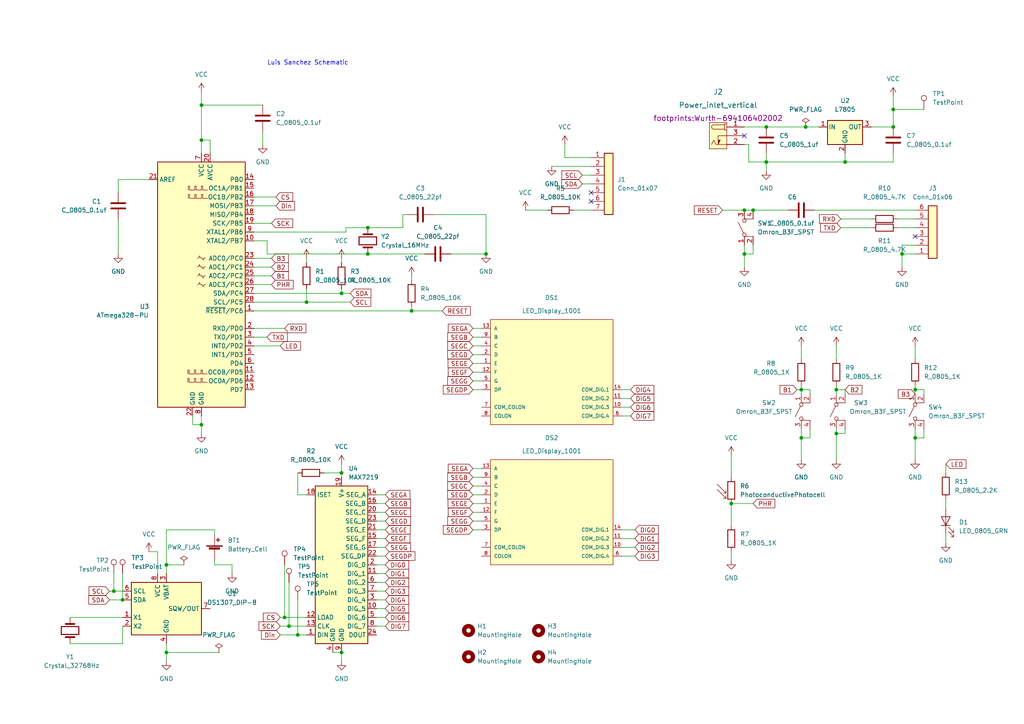
<source format=kicad_sch>
(kicad_sch (version 20211123) (generator eeschema)
  (paper "A4")
  (junction (at 58.42 30.48))
  (junction (at 222.25 46.99))
  (junction (at 259.08 31.75))
  (junction (at 119.38 90.17))
  (junction (at 99.06 85.09))
  (junction (at 259.08 36.83))
  (junction (at 242.57 113.03))
  (junction (at 233.68 36.83))
  (junction (at 48.26 189.23))
  (junction (at 86.36 184.15))
  (junction (at 232.41 127))
  (junction (at 215.9 60.96))
  (junction (at 140.97 73.66))
  (junction (at 218.44 60.96))
  (junction (at 82.55 179.07))
  (junction (at 222.25 36.83))
  (junction (at 99.06 137.16))
  (junction (at 106.68 66.04))
  (junction (at 35.56 173.99))
  (junction (at 48.26 163.83))
  (junction (at 212.09 146.05))
  (junction (at 215.9 73.66))
  (junction (at 232.41 113.03))
  (junction (at 33.02 171.45))
  (junction (at 88.9 87.63))
  (junction (at 83.82 181.61))
  (junction (at 265.43 113.03))
  (junction (at 245.11 46.99))
  (junction (at 242.57 125.73))
  (junction (at 58.42 123.19))
  (junction (at 99.06 189.23))
  (junction (at 106.68 73.66))
  (junction (at 265.43 127))
  (junction (at 58.42 40.64))
  (junction (at 261.62 73.66))
  (no_connect (at 215.9 39.37))
  (no_connect (at 265.43 68.58))
  (no_connect (at 171.45 58.42))
  (no_connect (at 171.45 55.88))
  (wire (pts (xy 119.38 90.17) (xy 128.27 90.17)))
  (wire (pts (xy 31.75 173.99) (xy 35.56 173.99)))
  (wire (pts (xy 99.06 74.93) (xy 99.06 76.2)))
  (wire (pts (xy 137.16 107.95) (xy 139.7 107.95)))
  (wire (pts (xy 48.26 163.83) (xy 48.26 166.37)))
  (wire (pts (xy 261.62 73.66) (xy 261.62 77.47)))
  (wire (pts (xy 232.41 113.03) (xy 232.41 114.3)))
  (wire (pts (xy 166.37 60.96) (xy 171.45 60.96)))
  (wire (pts (xy 111.76 153.67) (xy 109.22 153.67)))
  (wire (pts (xy 245.11 113.03) (xy 245.11 114.3)))
  (wire (pts (xy 99.06 137.16) (xy 99.06 138.43)))
  (wire (pts (xy 109.22 176.53) (xy 111.76 176.53)))
  (wire (pts (xy 63.5 189.23) (xy 48.26 189.23)))
  (wire (pts (xy 242.57 111.76) (xy 242.57 113.03)))
  (wire (pts (xy 48.26 153.67) (xy 48.26 163.83)))
  (wire (pts (xy 33.02 166.37) (xy 33.02 171.45)))
  (wire (pts (xy 215.9 73.66) (xy 218.44 73.66)))
  (wire (pts (xy 48.26 153.67) (xy 62.23 153.67)))
  (wire (pts (xy 242.57 100.33) (xy 242.57 104.14)))
  (wire (pts (xy 259.08 27.94) (xy 259.08 31.75)))
  (wire (pts (xy 58.42 40.64) (xy 60.96 40.64)))
  (wire (pts (xy 261.62 71.12) (xy 261.62 73.66)))
  (wire (pts (xy 62.23 163.83) (xy 67.31 163.83)))
  (wire (pts (xy 182.88 120.65) (xy 180.34 120.65)))
  (wire (pts (xy 232.41 100.33) (xy 232.41 104.14)))
  (wire (pts (xy 232.41 124.46) (xy 232.41 127)))
  (wire (pts (xy 34.29 52.07) (xy 43.18 52.07)))
  (wire (pts (xy 222.25 44.45) (xy 222.25 46.99)))
  (wire (pts (xy 265.43 73.66) (xy 261.62 73.66)))
  (wire (pts (xy 245.11 46.99) (xy 245.11 44.45)))
  (wire (pts (xy 259.08 31.75) (xy 259.08 36.83)))
  (wire (pts (xy 137.16 146.05) (xy 139.7 146.05)))
  (wire (pts (xy 55.88 120.65) (xy 55.88 123.19)))
  (wire (pts (xy 106.68 66.04) (xy 116.84 66.04)))
  (wire (pts (xy 218.44 73.66) (xy 218.44 71.12)))
  (wire (pts (xy 109.22 163.83) (xy 111.76 163.83)))
  (wire (pts (xy 182.88 115.57) (xy 180.34 115.57)))
  (wire (pts (xy 67.31 163.83) (xy 67.31 166.37)))
  (wire (pts (xy 111.76 168.91) (xy 109.22 168.91)))
  (wire (pts (xy 73.66 82.55) (xy 78.74 82.55)))
  (wire (pts (xy 137.16 97.79) (xy 139.7 97.79)))
  (wire (pts (xy 234.95 113.03) (xy 234.95 114.3)))
  (wire (pts (xy 73.66 90.17) (xy 119.38 90.17)))
  (wire (pts (xy 111.76 171.45) (xy 109.22 171.45)))
  (wire (pts (xy 212.09 152.4) (xy 212.09 146.05)))
  (wire (pts (xy 111.76 158.75) (xy 109.22 158.75)))
  (wire (pts (xy 182.88 118.11) (xy 180.34 118.11)))
  (wire (pts (xy 209.55 60.96) (xy 215.9 60.96)))
  (wire (pts (xy 99.06 85.09) (xy 73.66 85.09)))
  (wire (pts (xy 137.16 135.89) (xy 139.7 135.89)))
  (wire (pts (xy 86.36 184.15) (xy 88.9 184.15)))
  (wire (pts (xy 100.33 67.31) (xy 100.33 66.04)))
  (wire (pts (xy 99.06 189.23) (xy 99.06 191.77)))
  (wire (pts (xy 58.42 123.19) (xy 58.42 125.73)))
  (wire (pts (xy 111.76 166.37) (xy 109.22 166.37)))
  (wire (pts (xy 259.08 46.99) (xy 259.08 44.45)))
  (wire (pts (xy 48.26 189.23) (xy 48.26 191.77)))
  (wire (pts (xy 137.16 140.97) (xy 139.7 140.97)))
  (wire (pts (xy 82.55 179.07) (xy 88.9 179.07)))
  (wire (pts (xy 77.47 69.85) (xy 73.66 69.85)))
  (wire (pts (xy 100.33 66.04) (xy 106.68 66.04)))
  (wire (pts (xy 265.43 127) (xy 265.43 133.35)))
  (wire (pts (xy 58.42 120.65) (xy 58.42 123.19)))
  (wire (pts (xy 106.68 73.66) (xy 123.19 73.66)))
  (wire (pts (xy 31.75 171.45) (xy 33.02 171.45)))
  (wire (pts (xy 73.66 95.25) (xy 82.55 95.25)))
  (wire (pts (xy 267.97 127) (xy 265.43 127)))
  (wire (pts (xy 212.09 146.05) (xy 218.44 146.05)))
  (wire (pts (xy 137.16 113.03) (xy 139.7 113.03)))
  (wire (pts (xy 180.34 153.67) (xy 184.15 153.67)))
  (wire (pts (xy 99.06 189.23) (xy 96.52 189.23)))
  (wire (pts (xy 222.25 36.83) (xy 215.9 36.83)))
  (wire (pts (xy 111.76 151.13) (xy 109.22 151.13)))
  (wire (pts (xy 265.43 113.03) (xy 265.43 114.3)))
  (wire (pts (xy 265.43 66.04) (xy 260.35 66.04)))
  (wire (pts (xy 101.6 85.09) (xy 99.06 85.09)))
  (wire (pts (xy 125.73 62.23) (xy 140.97 62.23)))
  (wire (pts (xy 232.41 111.76) (xy 232.41 113.03)))
  (wire (pts (xy 86.36 173.99) (xy 86.36 184.15)))
  (wire (pts (xy 137.16 143.51) (xy 139.7 143.51)))
  (wire (pts (xy 222.25 46.99) (xy 245.11 46.99)))
  (wire (pts (xy 33.02 171.45) (xy 35.56 171.45)))
  (wire (pts (xy 265.43 71.12) (xy 261.62 71.12)))
  (wire (pts (xy 274.32 154.94) (xy 274.32 157.48)))
  (wire (pts (xy 80.01 59.69) (xy 73.66 59.69)))
  (wire (pts (xy 45.72 160.02) (xy 45.72 166.37)))
  (wire (pts (xy 73.66 64.77) (xy 78.74 64.77)))
  (wire (pts (xy 111.76 146.05) (xy 109.22 146.05)))
  (wire (pts (xy 163.83 45.72) (xy 171.45 45.72)))
  (wire (pts (xy 116.84 62.23) (xy 118.11 62.23)))
  (wire (pts (xy 99.06 83.82) (xy 99.06 85.09)))
  (wire (pts (xy 58.42 40.64) (xy 58.42 44.45)))
  (wire (pts (xy 116.84 66.04) (xy 116.84 62.23)))
  (wire (pts (xy 35.56 166.37) (xy 35.56 173.99)))
  (wire (pts (xy 86.36 137.16) (xy 86.36 143.51)))
  (wire (pts (xy 20.32 179.07) (xy 35.56 179.07)))
  (wire (pts (xy 265.43 60.96) (xy 236.22 60.96)))
  (wire (pts (xy 180.34 156.21) (xy 184.15 156.21)))
  (wire (pts (xy 73.66 74.93) (xy 78.74 74.93)))
  (wire (pts (xy 58.42 30.48) (xy 58.42 40.64)))
  (wire (pts (xy 259.08 31.75) (xy 267.97 31.75)))
  (wire (pts (xy 265.43 124.46) (xy 265.43 127)))
  (wire (pts (xy 77.47 73.66) (xy 77.47 69.85)))
  (wire (pts (xy 109.22 173.99) (xy 111.76 173.99)))
  (wire (pts (xy 137.16 153.67) (xy 139.7 153.67)))
  (wire (pts (xy 140.97 62.23) (xy 140.97 73.66)))
  (wire (pts (xy 260.35 63.5) (xy 265.43 63.5)))
  (wire (pts (xy 168.91 53.34) (xy 171.45 53.34)))
  (wire (pts (xy 83.82 181.61) (xy 88.9 181.61)))
  (wire (pts (xy 265.43 100.33) (xy 265.43 104.14)))
  (wire (pts (xy 245.11 124.46) (xy 245.11 125.73)))
  (wire (pts (xy 88.9 74.93) (xy 88.9 76.2)))
  (wire (pts (xy 81.28 181.61) (xy 83.82 181.61)))
  (wire (pts (xy 78.74 80.01) (xy 73.66 80.01)))
  (wire (pts (xy 88.9 87.63) (xy 73.66 87.63)))
  (wire (pts (xy 242.57 124.46) (xy 242.57 125.73)))
  (wire (pts (xy 101.6 87.63) (xy 88.9 87.63)))
  (wire (pts (xy 215.9 73.66) (xy 215.9 77.47)))
  (wire (pts (xy 130.81 73.66) (xy 140.97 73.66)))
  (wire (pts (xy 137.16 102.87) (xy 139.7 102.87)))
  (wire (pts (xy 242.57 125.73) (xy 242.57 133.35)))
  (wire (pts (xy 20.32 186.69) (xy 35.56 186.69)))
  (wire (pts (xy 99.06 137.16) (xy 93.98 137.16)))
  (wire (pts (xy 274.32 137.16) (xy 274.32 134.62)))
  (wire (pts (xy 137.16 105.41) (xy 139.7 105.41)))
  (wire (pts (xy 76.2 38.1) (xy 76.2 41.91)))
  (wire (pts (xy 232.41 113.03) (xy 234.95 113.03)))
  (wire (pts (xy 245.11 125.73) (xy 242.57 125.73)))
  (wire (pts (xy 265.43 113.03) (xy 267.97 113.03)))
  (wire (pts (xy 73.66 67.31) (xy 100.33 67.31)))
  (wire (pts (xy 111.76 156.21) (xy 109.22 156.21)))
  (wire (pts (xy 231.14 113.03) (xy 232.41 113.03)))
  (wire (pts (xy 215.9 71.12) (xy 215.9 73.66)))
  (wire (pts (xy 218.44 60.96) (xy 215.9 60.96)))
  (wire (pts (xy 218.44 60.96) (xy 228.6 60.96)))
  (wire (pts (xy 73.66 100.33) (xy 81.28 100.33)))
  (wire (pts (xy 234.95 124.46) (xy 234.95 127)))
  (wire (pts (xy 222.25 36.83) (xy 233.68 36.83)))
  (wire (pts (xy 62.23 153.67) (xy 62.23 154.94)))
  (wire (pts (xy 55.88 123.19) (xy 58.42 123.19)))
  (wire (pts (xy 242.57 113.03) (xy 242.57 114.3)))
  (wire (pts (xy 152.4 60.96) (xy 158.75 60.96)))
  (wire (pts (xy 137.16 148.59) (xy 139.7 148.59)))
  (wire (pts (xy 274.32 147.32) (xy 274.32 144.78)))
  (wire (pts (xy 35.56 186.69) (xy 35.56 181.61)))
  (wire (pts (xy 212.09 138.43) (xy 212.09 132.08)))
  (wire (pts (xy 252.73 36.83) (xy 259.08 36.83)))
  (wire (pts (xy 111.76 161.29) (xy 109.22 161.29)))
  (wire (pts (xy 267.97 124.46) (xy 267.97 127)))
  (wire (pts (xy 233.68 36.83) (xy 237.49 36.83)))
  (wire (pts (xy 34.29 63.5) (xy 34.29 73.66)))
  (wire (pts (xy 58.42 30.48) (xy 76.2 30.48)))
  (wire (pts (xy 137.16 151.13) (xy 139.7 151.13)))
  (wire (pts (xy 232.41 127) (xy 232.41 133.35)))
  (wire (pts (xy 119.38 80.01) (xy 119.38 81.28)))
  (wire (pts (xy 106.68 73.66) (xy 77.47 73.66)))
  (wire (pts (xy 34.29 55.88) (xy 34.29 52.07)))
  (wire (pts (xy 137.16 110.49) (xy 139.7 110.49)))
  (wire (pts (xy 217.17 41.91) (xy 217.17 46.99)))
  (wire (pts (xy 137.16 100.33) (xy 139.7 100.33)))
  (wire (pts (xy 82.55 163.83) (xy 82.55 179.07)))
  (wire (pts (xy 109.22 179.07) (xy 111.76 179.07)))
  (wire (pts (xy 137.16 138.43) (xy 139.7 138.43)))
  (wire (pts (xy 160.02 48.26) (xy 171.45 48.26)))
  (wire (pts (xy 78.74 77.47) (xy 73.66 77.47)))
  (wire (pts (xy 111.76 181.61) (xy 109.22 181.61)))
  (wire (pts (xy 53.34 163.83) (xy 48.26 163.83)))
  (wire (pts (xy 77.47 97.79) (xy 73.66 97.79)))
  (wire (pts (xy 217.17 46.99) (xy 222.25 46.99)))
  (wire (pts (xy 265.43 111.76) (xy 265.43 113.03)))
  (wire (pts (xy 109.22 143.51) (xy 111.76 143.51)))
  (wire (pts (xy 212.09 160.02) (xy 212.09 162.56)))
  (wire (pts (xy 137.16 95.25) (xy 139.7 95.25)))
  (wire (pts (xy 73.66 57.15) (xy 80.01 57.15)))
  (wire (pts (xy 215.9 41.91) (xy 217.17 41.91)))
  (wire (pts (xy 81.28 184.15) (xy 86.36 184.15)))
  (wire (pts (xy 81.28 179.07) (xy 82.55 179.07)))
  (wire (pts (xy 252.73 66.04) (xy 243.84 66.04)))
  (wire (pts (xy 83.82 168.91) (xy 83.82 181.61)))
  (wire (pts (xy 48.26 186.69) (xy 48.26 189.23)))
  (wire (pts (xy 88.9 83.82) (xy 88.9 87.63)))
  (wire (pts (xy 60.96 40.64) (xy 60.96 44.45)))
  (wire (pts (xy 242.57 113.03) (xy 245.11 113.03)))
  (wire (pts (xy 119.38 90.17) (xy 119.38 88.9)))
  (wire (pts (xy 168.91 50.8) (xy 171.45 50.8)))
  (wire (pts (xy 245.11 46.99) (xy 259.08 46.99)))
  (wire (pts (xy 62.23 163.83) (xy 62.23 162.56)))
  (wire (pts (xy 234.95 127) (xy 232.41 127)))
  (wire (pts (xy 111.76 148.59) (xy 109.22 148.59)))
  (wire (pts (xy 86.36 143.51) (xy 88.9 143.51)))
  (wire (pts (xy 184.15 161.29) (xy 180.34 161.29)))
  (wire (pts (xy 222.25 46.99) (xy 222.25 49.53)))
  (wire (pts (xy 58.42 26.67) (xy 58.42 30.48)))
  (wire (pts (xy 99.06 134.62) (xy 99.06 137.16)))
  (wire (pts (xy 243.84 63.5) (xy 252.73 63.5)))
  (wire (pts (xy 163.83 41.91) (xy 163.83 45.72)))
  (wire (pts (xy 180.34 158.75) (xy 184.15 158.75)))
  (wire (pts (xy 182.88 113.03) (xy 180.34 113.03)))
  (wire (pts (xy 43.18 160.02) (xy 45.72 160.02)))
  (wire (pts (xy 267.97 113.03) (xy 267.97 114.3)))
  (text "Luis Sanchez Schematic\n" (at 77.47 19.05 0) (effects (font (size 1.27 1.27)) (justify left bottom)))
  (global_label "DIG1" (shape input) (at 184.15 156.21 0) (property "Intersheet References" "${INTERSHEET_REFS}" (effects hide)))
  (global_label "SEGG" (shape input) (at 111.76 158.75 0) (property "Intersheet References" "${INTERSHEET_REFS}" (effects hide)))
  (global_label "DIG0" (shape input) (at 184.15 153.67 0) (property "Intersheet References" "${INTERSHEET_REFS}" (effects hide)))
  (global_label "DIG3" (shape input) (at 184.15 161.29 0) (property "Intersheet References" "${INTERSHEET_REFS}" (effects hide)))
  (global_label "DIG2" (shape input) (at 111.76 168.91 0) (property "Intersheet References" "${INTERSHEET_REFS}" (effects hide)))
  (global_label "DIG7" (shape input) (at 111.76 181.61 0) (property "Intersheet References" "${INTERSHEET_REFS}" (effects hide)))
  (global_label "SDA" (shape input) (at 31.75 173.99 180) (property "Intersheet References" "${INTERSHEET_REFS}" (effects hide)))
  (global_label "SEGB" (shape input) (at 137.16 138.43 180) (property "Intersheet References" "${INTERSHEET_REFS}" (effects hide)))
  (global_label "SEGG" (shape input) (at 137.16 151.13 180) (property "Intersheet References" "${INTERSHEET_REFS}" (effects hide)))
  (global_label "DIG5" (shape input) (at 182.88 115.57 0) (property "Intersheet References" "${INTERSHEET_REFS}" (effects hide)))
  (global_label "SEGC" (shape input) (at 111.76 148.59 0) (property "Intersheet References" "${INTERSHEET_REFS}" (effects hide)))
  (global_label "SCK" (shape input) (at 78.74 64.77 0) (property "Intersheet References" "${INTERSHEET_REFS}" (effects hide)))
  (global_label "SEGB" (shape input) (at 137.16 97.79 180) (property "Intersheet References" "${INTERSHEET_REFS}" (effects hide)))
  (global_label "SEGE" (shape input) (at 137.16 105.41 180) (property "Intersheet References" "${INTERSHEET_REFS}" (effects hide)))
  (global_label "DIG4" (shape input) (at 111.76 173.99 0) (property "Intersheet References" "${INTERSHEET_REFS}" (effects hide)))
  (global_label "RXD" (shape input) (at 82.55 95.25 0) (property "Intersheet References" "${INTERSHEET_REFS}" (effects hide)))
  (global_label "SEGDP" (shape input) (at 111.76 161.29 0) (property "Intersheet References" "${INTERSHEET_REFS}" (effects hide)))
  (global_label "SEGD" (shape input) (at 137.16 143.51 180) (property "Intersheet References" "${INTERSHEET_REFS}" (effects hide)))
  (global_label "SEGF" (shape input) (at 137.16 148.59 180) (property "Intersheet References" "${INTERSHEET_REFS}" (effects hide)))
  (global_label "B1" (shape input) (at 78.74 80.01 0) (property "Intersheet References" "${INTERSHEET_REFS}" (effects hide)))
  (global_label "SEGD" (shape input) (at 111.76 151.13 0) (property "Intersheet References" "${INTERSHEET_REFS}" (effects hide)))
  (global_label "SEGB" (shape input) (at 111.76 146.05 0) (property "Intersheet References" "${INTERSHEET_REFS}" (effects hide)))
  (global_label "CS" (shape input) (at 80.01 57.15 0) (property "Intersheet References" "${INTERSHEET_REFS}" (effects hide)))
  (global_label "SDA" (shape input) (at 101.6 85.09 0) (property "Intersheet References" "${INTERSHEET_REFS}" (effects hide)))
  (global_label "B2" (shape input) (at 78.74 77.47 0) (property "Intersheet References" "${INTERSHEET_REFS}" (effects hide)))
  (global_label "Din" (shape input) (at 80.01 59.69 0) (property "Intersheet References" "${INTERSHEET_REFS}" (effects hide)))
  (global_label "SEGA" (shape input) (at 137.16 135.89 180) (property "Intersheet References" "${INTERSHEET_REFS}" (effects hide)))
  (global_label "SCL" (shape input) (at 31.75 171.45 180) (property "Intersheet References" "${INTERSHEET_REFS}" (effects hide)))
  (global_label "SCK" (shape input) (at 81.28 181.61 180) (property "Intersheet References" "${INTERSHEET_REFS}" (effects hide)))
  (global_label "SEGG" (shape input) (at 137.16 110.49 180) (property "Intersheet References" "${INTERSHEET_REFS}" (effects hide)))
  (global_label "SEGA" (shape input) (at 111.76 143.51 0) (property "Intersheet References" "${INTERSHEET_REFS}" (effects hide)))
  (global_label "SEGC" (shape input) (at 137.16 100.33 180) (property "Intersheet References" "${INTERSHEET_REFS}" (effects hide)))
  (global_label "SDA" (shape input) (at 168.91 53.34 180) (property "Intersheet References" "${INTERSHEET_REFS}" (effects hide)))
  (global_label "DIG3" (shape input) (at 111.76 171.45 0) (property "Intersheet References" "${INTERSHEET_REFS}" (effects hide)))
  (global_label "SEGF" (shape input) (at 111.76 156.21 0) (property "Intersheet References" "${INTERSHEET_REFS}" (effects hide)))
  (global_label "SEGC" (shape input) (at 137.16 140.97 180) (property "Intersheet References" "${INTERSHEET_REFS}" (effects hide)))
  (global_label "DIG6" (shape input) (at 111.76 179.07 0) (property "Intersheet References" "${INTERSHEET_REFS}" (effects hide)))
  (global_label "B3" (shape input) (at 78.74 74.93 0) (property "Intersheet References" "${INTERSHEET_REFS}" (effects hide)))
  (global_label "SEGDP" (shape input) (at 137.16 113.03 180) (property "Intersheet References" "${INTERSHEET_REFS}" (effects hide)))
  (global_label "SEGE" (shape input) (at 137.16 146.05 180) (property "Intersheet References" "${INTERSHEET_REFS}" (effects hide)))
  (global_label "DIG1" (shape input) (at 111.76 166.37 0) (property "Intersheet References" "${INTERSHEET_REFS}" (effects hide)))
  (global_label "RXD" (shape input) (at 243.84 63.5 180) (property "Intersheet References" "${INTERSHEET_REFS}" (effects hide)))
  (global_label "TXD" (shape input) (at 77.47 97.79 0) (property "Intersheet References" "${INTERSHEET_REFS}" (effects hide)))
  (global_label "CS" (shape input) (at 81.28 179.07 180) (property "Intersheet References" "${INTERSHEET_REFS}" (effects hide)))
  (global_label "TXD" (shape input) (at 243.84 66.04 180) (property "Intersheet References" "${INTERSHEET_REFS}" (effects hide)))
  (global_label "DIG5" (shape input) (at 111.76 176.53 0) (property "Intersheet References" "${INTERSHEET_REFS}" (effects hide)))
  (global_label "LED" (shape input) (at 81.28 100.33 0) (property "Intersheet References" "${INTERSHEET_REFS}" (effects hide)))
  (global_label "SEGE" (shape input) (at 111.76 153.67 0) (property "Intersheet References" "${INTERSHEET_REFS}" (effects hide)))
  (global_label "DIG0" (shape input) (at 111.76 163.83 0) (property "Intersheet References" "${INTERSHEET_REFS}" (effects hide)))
  (global_label "RESET" (shape input) (at 128.27 90.17 0) (property "Intersheet References" "${INTERSHEET_REFS}" (effects hide)))
  (global_label "B1" (shape input) (at 231.14 113.03 180) (property "Intersheet References" "${INTERSHEET_REFS}" (effects hide)))
  (global_label "Din" (shape input) (at 81.28 184.15 180) (property "Intersheet References" "${INTERSHEET_REFS}" (effects hide)))
  (global_label "DIG4" (shape input) (at 182.88 113.03 0) (property "Intersheet References" "${INTERSHEET_REFS}" (effects hide)))
  (global_label "PHR" (shape input) (at 218.44 146.05 0) (property "Intersheet References" "${INTERSHEET_REFS}" (effects hide)))
  (global_label "B3" (shape input) (at 265.43 114.3 180) (property "Intersheet References" "${INTERSHEET_REFS}" (effects hide)))
  (global_label "B2" (shape input) (at 245.11 113.03 0) (property "Intersheet References" "${INTERSHEET_REFS}" (effects hide)))
  (global_label "DIG2" (shape input) (at 184.15 158.75 0) (property "Intersheet References" "${INTERSHEET_REFS}" (effects hide)))
  (global_label "RESET" (shape input) (at 209.55 60.96 180) (property "Intersheet References" "${INTERSHEET_REFS}" (effects hide)))
  (global_label "DIG6" (shape input) (at 182.88 118.11 0) (property "Intersheet References" "${INTERSHEET_REFS}" (effects hide)))
  (global_label "SEGF" (shape input) (at 137.16 107.95 180) (property "Intersheet References" "${INTERSHEET_REFS}" (effects hide)))
  (global_label "SEGDP" (shape input) (at 137.16 153.67 180) (property "Intersheet References" "${INTERSHEET_REFS}" (effects hide)))
  (global_label "SCL" (shape input) (at 101.6 87.63 0) (property "Intersheet References" "${INTERSHEET_REFS}" (effects hide)))
  (global_label "DIG7" (shape input) (at 182.88 120.65 0) (property "Intersheet References" "${INTERSHEET_REFS}" (effects hide)))
  (global_label "SCL" (shape input) (at 168.91 50.8 180) (property "Intersheet References" "${INTERSHEET_REFS}" (effects hide)))
  (global_label "PHR" (shape input) (at 78.74 82.55 0) (property "Intersheet References" "${INTERSHEET_REFS}" (effects hide)))
  (global_label "SEGD" (shape input) (at 137.16 102.87 180) (property "Intersheet References" "${INTERSHEET_REFS}" (effects hide)))
  (global_label "LED" (shape input) (at 274.32 134.62 0) (property "Intersheet References" "${INTERSHEET_REFS}" (effects hide)))
  (global_label "SEGA" (shape input) (at 137.16 95.25 180) (property "Intersheet References" "${INTERSHEET_REFS}" (effects hide)))
  (symbol (lib_id "HPS:VCC") (at 58.42 26.67 0) (unit 1)
    (property "Reference" "#PWR0106" (effects hide))
    (property "Value" "VCC" (at 58.42 21.59 0))
  )
  (symbol (lib_id "HPS:VCC") (at 99.06 74.93 0) (unit 1)
    (property "Reference" "#PWR0112" (effects hide))
    (property "Value" "VCC" (at 99.06 69.85 0))
  )
  (symbol (lib_id "HPS:R_0805_10K") (at 88.9 80.01 0) (unit 1)
    (property "Reference" "R1" (at 91.44 78.7399 0) (effects (justify left)))
    (property "Value" "R_0805_10K" (at 91.44 81.2799 0) (effects (justify left)))
    (property "Footprint" "footprints:R_0805_2012Metric" (effects hide))
    (property "Datasheet" "https://www.digikey.com/en/products/detail/yageo/RC0805FR-0710KL/727535" (effects hide))
    (property "MFG" "Yageo" (effects hide))
    (property "MPN" "RC0805FR-0710KL" (effects hide))
    (property "Digikey PN" "311-10.0KCRCT-ND" (effects hide))
    (property "Mouser PN" "N/A" (effects hide))
    (property "Power" "N/A" (effects hide))
    (property "Tolerance" "N/A" (effects hide))
  )
  (symbol (lib_id "HPS:R_0805_10K") (at 99.06 80.01 0) (unit 1)
    (property "Reference" "R3" (at 101.6 78.7399 0) (effects (justify left)))
    (property "Value" "R_0805_10K" (at 101.6 81.2799 0) (effects (justify left)))
    (property "Footprint" "footprints:R_0805_2012Metric" (effects hide))
    (property "Datasheet" "https://www.digikey.com/en/products/detail/yageo/RC0805FR-0710KL/727535" (effects hide))
    (property "MFG" "Yageo" (effects hide))
    (property "MPN" "RC0805FR-0710KL" (effects hide))
    (property "Digikey PN" "311-10.0KCRCT-ND" (effects hide))
    (property "Mouser PN" "N/A" (effects hide))
    (property "Power" "N/A" (effects hide))
    (property "Tolerance" "N/A" (effects hide))
  )
  (symbol (lib_id "HPS:GND") (at 140.97 73.66 0) (unit 1)
    (property "Reference" "#PWR0108" (effects hide))
    (property "Value" "GND" (at 140.97 78.74 0))
  )
  (symbol (lib_id "HPS:PWR_FLAG") (at 53.34 163.83 0) (unit 1)
    (property "Reference" "#FLG0101" (effects hide))
    (property "Value" "PWR_FLAG" (at 53.34 158.75 0))
  )
  (symbol (lib_id "HPS:R_0805_4.7K") (at 256.54 63.5 90) (unit 1)
    (property "Reference" "R10" (at 256.54 54.61 90))
    (property "Value" "R_0805_4.7K" (at 256.54 57.15 90))
    (property "Footprint" "footprints:R_0805_2012Metric" (effects hide))
    (property "Datasheet" "https://www.digikey.com/en/products/detail/yageo/RC0805FR-074K7L/727929" (effects hide))
    (property "MFG" "Yageo" (effects hide))
    (property "MPN" "RC0805FR-074K7L" (effects hide))
    (property "Digikey PN" "311-4.70KCRCT-ND" (effects hide))
    (property "Mouser PN" "N/A" (effects hide))
    (property "Power" "N/A" (effects hide))
    (property "Tolerance" "N/A" (effects hide))
  )
  (symbol (lib_id "HPS:VCC") (at 242.57 100.33 0) (unit 1)
    (property "Reference" "#PWR0125" (effects hide))
    (property "Value" "VCC" (at 242.57 95.25 0))
  )
  (symbol (lib_id "HPS:GND") (at 160.02 48.26 0) (unit 1)
    (property "Reference" "#PWR0127" (effects hide))
    (property "Value" "GND" (at 160.02 53.34 0))
  )
  (symbol (lib_id "HPS:R_0805_10K") (at 90.17 137.16 90) (unit 1)
    (property "Reference" "R2" (at 90.17 130.81 90))
    (property "Value" "R_0805_10K" (at 90.17 133.35 90))
    (property "Footprint" "footprints:R_0805_2012Metric" (effects hide))
    (property "Datasheet" "https://www.digikey.com/en/products/detail/yageo/RC0805FR-0710KL/727535" (effects hide))
    (property "MFG" "Yageo" (effects hide))
    (property "MPN" "RC0805FR-0710KL" (effects hide))
    (property "Digikey PN" "311-10.0KCRCT-ND" (effects hide))
    (property "Mouser PN" "N/A" (effects hide))
    (property "Power" "N/A" (effects hide))
    (property "Tolerance" "N/A" (effects hide))
  )
  (symbol (lib_id "HPS:GND") (at 265.43 133.35 0) (unit 1)
    (property "Reference" "#PWR0121" (effects hide))
    (property "Value" "GND" (at 265.43 138.43 0))
  )
  (symbol (lib_id "HPS:VCC") (at 212.09 132.08 0) (unit 1)
    (property "Reference" "#PWR0117" (effects hide))
    (property "Value" "VCC" (at 212.09 127 0))
  )
  (symbol (lib_id "HPS:C_0805_0.1uf") (at 259.08 40.64 0) (unit 1)
    (property "Reference" "C7" (at 262.89 39.3699 0) (effects (justify left)))
    (property "Value" "C_0805_0.1uf" (at 262.89 41.9099 0) (effects (justify left)))
    (property "Footprint" "footprints:C_0805_2012Metric" (effects hide))
    (property "Datasheet" "https://datasheets.avx.com/X7RDielectric.pdf" (effects hide))
    (property "MFG" "AVX Corporation" (effects hide))
    (property "MPN" "08055C104KAT2A" (effects hide))
    (property "Digikey PN" "478-1395-1-ND" (effects hide))
    (property "Mouser PN" "N/A" (effects hide))
    (property "Voltage" "N/A" (effects hide))
    (property "Dielectric" "N/A" (effects hide))
    (property "Tolerance" "N/A" (effects hide))
  )
  (symbol (lib_id "HPS:GND") (at 48.26 191.77 0) (unit 1)
    (property "Reference" "#PWR0103" (effects hide))
    (property "Value" "GND" (at 48.26 196.85 0))
  )
  (symbol (lib_id "HPS:TestPoint") (at 33.02 166.37 0) (unit 1)
    (property "Reference" "TP2" (at 27.94 162.56 0) (effects (justify left)))
    (property "Value" "TestPoint" (at 22.86 165.1 0) (effects (justify left)))
    (property "Footprint" "footprints:TestPoint_THTPad_D2.0mm_Drill1.0mm" (effects hide))
  )
  (symbol (lib_id "HPS:VCC") (at 265.43 100.33 0) (unit 1)
    (property "Reference" "#PWR0122" (effects hide))
    (property "Value" "VCC" (at 265.43 95.25 0))
  )
  (symbol (lib_id "HPS:MountingHole") (at 156.21 182.88 0) (unit 1)
    (property "Reference" "H3" (at 158.75 181.6099 0) (effects (justify left)))
    (property "Value" "MountingHole" (at 158.75 184.1499 0) (effects (justify left)))
    (property "Footprint" "footprints:MountingHole_3.2mm_M3" (effects hide))
  )
  (symbol (lib_id "HPS:MountingHole") (at 135.89 182.88 0) (unit 1)
    (property "Reference" "H1" (at 138.43 181.6099 0) (effects (justify left)))
    (property "Value" "MountingHole" (at 138.43 184.1499 0) (effects (justify left)))
    (property "Footprint" "footprints:MountingHole_3.2mm_M3" (effects hide))
  )
  (symbol (lib_id "HPS:VCC") (at 119.38 80.01 0) (unit 1)
    (property "Reference" "#PWR0109" (effects hide))
    (property "Value" "VCC" (at 119.38 74.93 0))
  )
  (symbol (lib_id "HPS:GND") (at 76.2 41.91 0) (unit 1)
    (property "Reference" "#PWR0105" (effects hide))
    (property "Value" "GND" (at 76.2 46.99 0))
  )
  (symbol (lib_id "HPS:ATmega328-PU") (at 58.42 82.55 0) (unit 1)
    (property "Reference" "U3" (at 41.91 88.9 0))
    (property "Value" "ATmega328-PU" (at 35.56 91.44 0))
    (property "Footprint" "footprints:DIP-28_W7.62mm" (effects hide))
    (property "Datasheet" "http://www.microchip.com/mymicrochip/filehandler.aspx?ddocname=en608326" (effects hide))
    (property "MFG" "On Shore Technology Inc." (effects hide))
    (property "MPN" "ED281DT" (effects hide))
    (property "Digikey PN" "ED3050-5-ND" (effects hide))
    (property "Mouser PN" "N/A" (effects hide))
  )
  (symbol (lib_id "HPS:L7805") (at 245.11 36.83 0) (unit 1)
    (property "Reference" "U2" (at 245.11 29.21 0))
    (property "Value" "L7805" (at 245.11 31.75 0))
    (property "Footprint" "footprints:TO-252-2" (effects hide))
    (property "Datasheet" "http://www.st.com/content/ccc/resource/technical/document/datasheet/41/4f/b3/b0/12/d4/47/88/CD00000444.pdf/files/CD00000444.pdf/jcr:content/translations/en.CD00000444.pdf" (effects hide))
    (property "Digikey PN" "497-7255-1-ND" (effects hide))
    (property "MPN" "L7805CDT-TR" (effects hide))
    (property "MFG" "STMicroelectronics" (effects hide))
  )
  (symbol (lib_id "HPS:C_0805_22pf") (at 121.92 62.23 90) (unit 1)
    (property "Reference" "C3" (at 121.92 54.61 90))
    (property "Value" "C_0805_22pf" (at 121.92 57.15 90))
    (property "Footprint" "footprints:C_0805_2012Metric" (effects hide))
    (property "Datasheet" "https://www.yageo.com/upload/media/product/productsearch/datasheet/mlcc/UPY-GP_NP0_16V-to-50V_18.pdf" (effects hide))
    (property "MFG" "Yageo" (effects hide))
    (property "MPN" "CC0805JRNPO9BN220" (effects hide))
    (property "Digikey PN" "311-1103-1-ND" (effects hide))
    (property "Mouser PN" "N/A" (effects hide))
    (property "Voltage" "N/A" (effects hide))
    (property "Dielectric" "N/A" (effects hide))
    (property "Tolerance" "N/A" (effects hide))
  )
  (symbol (lib_id "HPS:PWR_FLAG") (at 233.68 36.83 0) (unit 1)
    (property "Reference" "#FLG0103" (effects hide))
    (property "Value" "PWR_FLAG" (at 233.68 31.75 0))
  )
  (symbol (lib_id "HPS:GND") (at 34.29 73.66 0) (unit 1)
    (property "Reference" "#PWR0104" (effects hide))
    (property "Value" "GND" (at 34.29 78.74 0))
  )
  (symbol (lib_id "HPS:Crystal_16MHz") (at 106.68 69.85 90) (unit 1)
    (property "Reference" "Y2" (at 110.49 68.5799 90) (effects (justify right)))
    (property "Value" "Crystal_16MHz" (at 110.49 71.1199 90) (effects (justify right)))
    (property "Footprint" "footprints:Crystal_SMD_HC49-SD" (effects hide))
    (property "Datasheet" "https://ecsxtal.com/store/pdf/csm-7x-dn.pdf" (effects hide))
    (property "MFG" "ECS Inc." (effects hide))
    (property "MPN" "ECS-160-20-5PXDN-TR" (effects hide))
    (property "Digikey PN" "XC1299CT-ND" (effects hide))
    (property "Mouser PN" "N/A" (effects hide))
  )
  (symbol (lib_id "HPS:R_0805_4.7K") (at 256.54 66.04 90) (unit 1)
    (property "Reference" "R11" (at 256.54 69.85 90))
    (property "Value" "R_0805_4.7K" (at 256.54 72.39 90))
    (property "Footprint" "footprints:R_0805_2012Metric" (effects hide))
    (property "Datasheet" "https://www.digikey.com/en/products/detail/yageo/RC0805FR-074K7L/727929" (effects hide))
    (property "MFG" "Yageo" (effects hide))
    (property "MPN" "RC0805FR-074K7L" (effects hide))
    (property "Digikey PN" "311-4.70KCRCT-ND" (effects hide))
    (property "Mouser PN" "N/A" (effects hide))
    (property "Power" "N/A" (effects hide))
    (property "Tolerance" "N/A" (effects hide))
  )
  (symbol (lib_id "HPS:Crystal_32768Hz") (at 20.32 182.88 270) (unit 1)
    (property "Reference" "Y1" (at 19.05 190.5 90) (effects (justify left)))
    (property "Value" "Crystal_32768Hz" (at 12.7 193.04 90) (effects (justify left)))
    (property "Footprint" "footprints:Crystal_SMD_2Pin_3.2x1.5mm" (effects hide))
    (property "Datasheet" "https://www.jauch.com/downloadfile/57fde22d50dbf_d3c203011c87952f2834/jtx310-auto-2-210512.pdf" (effects hide))
    (property "MFG" "Jauch Quartz" (effects hide))
    (property "MPN" "Q 0,032768-JTX310-12,5-20-T1-HMR-50K-LF" (effects hide))
    (property "Digikey PN" "1908-1314-1-ND" (effects hide))
    (property "Mouser PN" "N/A" (effects hide))
  )
  (symbol (lib_id "HPS:LED_Display_1001") (at 182.88 113.03 0) (mirror y) (unit 1)
    (property "Reference" "DS1" (at 160.02 86.36 0))
    (property "Value" "LED_Display_1001" (at 160.02 90.17 0))
    (property "Footprint" "footprints:Adafruit-1001-0-0-MFG" (effects hide))
    (property "Datasheet" "https://cdn-shop.adafruit.com/datasheets/1001datasheet.pdf" (effects hide))
    (property "automotive" "No" (effects hide))
    (property "category" "Disp" (effects hide))
    (property "device class L1" "Optoelectronics" (effects hide))
    (property "device class L2" "Displays" (effects hide))
    (property "device class L3" "LED Displays" (effects hide))
    (property "digikey description" "WHITE 7-SEGMENT CLOCK DISPLAY" (effects hide))
    (property "digikey part number" "1528-1513-ND" (effects hide))
    (property "display type" "LED" (effects hide))
    (property "element config" "Common Cathode" (effects hide))
    (property "forward current" "20mA" (effects hide))
    (property "forward voltage" "3.2V" (effects hide))
    (property "height" "8.25mm" (effects hide))
    (property "lead free" "Yes" (effects hide))
    (property "library id" "a002f1a2b35db532" (effects hide))
    (property "luminous intensity" "30mcd" (effects hide))
    (property "manufacturer" "Adafruit" (effects hide))
    (property "mouser description" "Adafruit Accessories White 7-segment Clock Display" (effects hide))
    (property "mouser part number" "485-1001" (effects hide))
    (property "package" "PTH_50MM2_19MM0" (effects hide))
    (property "power dissipation" "100mW" (effects hide))
    (property "reverse voltage" "5V" (effects hide))
    (property "rohs" "Yes" (effects hide))
    (property "temperature range high" "+80°C" (effects hide))
    (property "temperature range low" "-40°C" (effects hide))
    (property "test current" "20mA" (effects hide))
    (property "MFG" "Adafruit Industries LLC" (effects hide))
    (property "MPN" "1001" (effects hide))
    (property "Digikey PN" "1528-1513-ND" (effects hide))
    (property "Mouser PN" "N/A" (effects hide))
  )
  (symbol (lib_id "HPS:GND") (at 67.31 166.37 0) (unit 1)
    (property "Reference" "#PWR0102" (effects hide))
    (property "Value" "GND" (at 67.31 171.45 0))
  )
  (symbol (lib_id "HPS:R_0805_1K") (at 265.43 107.95 0) (unit 1)
    (property "Reference" "R12" (at 267.97 106.6799 0) (effects (justify left)))
    (property "Value" "R_0805_1K" (at 267.97 109.2199 0) (effects (justify left)))
    (property "Footprint" "footprints:R_0805_2012Metric" (effects hide))
    (property "Datasheet" "https://www.digikey.com/en/products/detail/yageo/RC0805FR-071KL/727444" (effects hide))
    (property "MFG" "Yageo" (effects hide))
    (property "Digikey PN" "RC0805FR-0710KL" (effects hide))
    (property "Mouser PN" "N/A" (effects hide))
    (property "Power" "N/A" (effects hide))
    (property "Tolerance" "N/A" (effects hide))
    (property "MPN" "RC0805FR-071KL" (effects hide))
  )
  (symbol (lib_id "HPS:VCC") (at 99.06 134.62 0) (unit 1)
    (property "Reference" "#PWR0110" (effects hide))
    (property "Value" "VCC" (at 99.06 129.54 0))
  )
  (symbol (lib_id "HPS:TestPoint") (at 267.97 31.75 0) (unit 1)
    (property "Reference" "TP1" (at 270.51 27.1779 0) (effects (justify left)))
    (property "Value" "TestPoint" (at 270.51 29.7179 0) (effects (justify left)))
    (property "Footprint" "footprints:TestPoint_THTPad_D2.0mm_Drill1.0mm" (effects hide))
  )
  (symbol (lib_id "HPS:GND") (at 232.41 133.35 0) (unit 1)
    (property "Reference" "#PWR0116" (effects hide))
    (property "Value" "GND" (at 232.41 138.43 0))
  )
  (symbol (lib_id "HPS:TestPoint") (at 83.82 168.91 0) (unit 1)
    (property "Reference" "TP5" (at 86.36 164.3379 0) (effects (justify left)))
    (property "Value" "TestPoint" (at 86.36 166.8779 0) (effects (justify left)))
    (property "Footprint" "footprints:TestPoint_THTPad_D2.0mm_Drill1.0mm" (effects hide))
  )
  (symbol (lib_id "HPS:Battery_Cell") (at 62.23 160.02 0) (unit 1)
    (property "Reference" "BT1" (at 66.04 156.7179 0) (effects (justify left)))
    (property "Value" "Battery_Cell" (at 66.04 159.2579 0) (effects (justify left)))
    (property "Footprint" "footprints:BatteryHolder_Keystone_106_1x20mm" (effects hide))
    (property "Datasheet" "https://media.digikey.com/pdf/Data%20Sheets/Memory%20Protection%20PDFs/Coin_Cell_Guide.pdf" (effects hide))
    (property "MFG" "MPD (Memory Protection Devices)" (effects hide))
    (property "MPN" "BS-7" (effects hide))
    (property "Digikey PN" "BS-7-ND" (effects hide))
    (property "Mouser PN" "N/A" (effects hide))
  )
  (symbol (lib_id "HPS:TestPoint") (at 82.55 163.83 0) (unit 1)
    (property "Reference" "TP4" (at 85.09 159.2579 0) (effects (justify left)))
    (property "Value" "TestPoint" (at 85.09 161.7979 0) (effects (justify left)))
    (property "Footprint" "footprints:TestPoint_THTPad_D2.0mm_Drill1.0mm" (effects hide))
  )
  (symbol (lib_id "HPS:GND") (at 58.42 125.73 0) (unit 1)
    (property "Reference" "#PWR0107" (effects hide))
    (property "Value" "GND" (at 58.42 130.81 0))
  )
  (symbol (lib_id "HPS:TestPoint") (at 35.56 166.37 0) (unit 1)
    (property "Reference" "TP3" (at 38.1 161.7979 0) (effects (justify left)))
    (property "Value" "TestPoint" (at 38.1 164.3379 0) (effects (justify left)))
    (property "Footprint" "footprints:TestPoint_THTPad_D2.0mm_Drill1.0mm" (effects hide))
  )
  (symbol (lib_id "HPS:C_0805_0.1uf") (at 34.29 59.69 0) (unit 1)
    (property "Reference" "C1" (at 26.67 58.42 0) (effects (justify left)))
    (property "Value" "C_0805_0.1uf" (at 17.78 60.96 0) (effects (justify left)))
    (property "Footprint" "footprints:C_0805_2012Metric" (effects hide))
    (property "Datasheet" "https://datasheets.avx.com/X7RDielectric.pdf" (effects hide))
    (property "MFG" "AVX Corporation" (effects hide))
    (property "MPN" "08055C104KAT2A" (effects hide))
    (property "Digikey PN" "478-1395-1-ND" (effects hide))
    (property "Mouser PN" "N/A" (effects hide))
    (property "Voltage" "N/A" (effects hide))
    (property "Dielectric" "N/A" (effects hide))
    (property "Tolerance" "N/A" (effects hide))
  )
  (symbol (lib_id "HPS:Omron_B3F_SPST") (at 242.57 119.38 90) (mirror x) (unit 1)
    (property "Reference" "SW3" (at 247.65 116.84 90) (effects (justify right)))
    (property "Value" "Omron_B3F_SPST" (at 246.38 119.38 90) (effects (justify right)))
    (property "Footprint" "footprints:SW_SPST_Omron_B3FS-100xP" (effects hide))
    (property "Datasheet" "https://omronfs.omron.com/en_US/ecb/products/pdf/en-b3fs.pdf" (effects hide))
    (property "MFG" "Omron Electronics Inc-EMC Div" (effects hide))
    (property "MPN" "B3FS-1000P" (effects hide))
    (property "Digikey PN" "SW423CT-ND" (effects hide))
    (property "Mouser PN" "N/A" (effects hide))
  )
  (symbol (lib_id "HPS:LED_0805_GRN") (at 274.32 151.13 90) (unit 1)
    (property "Reference" "D1" (at 278.13 151.4601 90) (effects (justify right)))
    (property "Value" "LED_0805_GRN" (at 278.13 154.0001 90) (effects (justify right)))
    (property "Footprint" "footprints:LED_0805_2012Metric" (effects hide))
    (property "Datasheet" "https://www.we-online.com/katalog/datasheet/150080VS75000.pdf" (effects hide))
    (property "MFG" "Würth Elektronik" (effects hide))
    (property "MPN" "150080VS75000" (effects hide))
    (property "Digikey PN" "732-4986-1-ND" (effects hide))
    (property "Mouser PN" "N/A" (effects hide))
  )
  (symbol (lib_id "HPS:C_0805_1uf") (at 222.25 40.64 0) (unit 1)
    (property "Reference" "C5" (at 226.06 39.3699 0) (effects (justify left)))
    (property "Value" "C_0805_1uf" (at 226.06 41.9099 0) (effects (justify left)))
    (property "Footprint" "footprints:C_0805_2012Metric" (effects hide))
    (property "Datasheet" "https://www.yageo.com/upload/media/product/productsearch/datasheet/mlcc/UPY-GPHC_X7R_6.3V-to-50V_18.pdf" (effects hide))
    (property "MFG" "Yageo" (effects hide))
    (property "MPN" "CC0805KKX7R8BB105" (effects hide))
    (property "Digikey PN" "311-1456-1-ND" (effects hide))
    (property "Mouser PN" "N/A" (effects hide))
    (property "Voltage" "N/A" (effects hide))
    (property "Dielectric" "N/A" (effects hide))
    (property "Tolerance" "N/A" (effects hide))
  )
  (symbol (lib_id "HPS:Power_inlet_vertical") (at 210.82 39.37 0) (unit 1)
    (property "Reference" "J2" (at 208.28 26.67 0) (effects (font (size 1.524 1.524))))
    (property "Value" "Power_inlet_vertical" (at 208.28 30.48 0) (effects (font (size 1.524 1.524))))
    (property "Footprint" "footprints:Wurth-694106402002" (at 208.28 34.29 0) (effects (font (size 1.524 1.524))))
    (property "Datasheet" "https://www.we-online.com/katalog/datasheet/6941xx402002.pdf" (effects hide))
    (property "MFG" "Wurth" (effects hide))
    (property "MPN" "694106402002" (effects hide))
    (property "Digikey PN" "732-5931-ND" (effects hide))
  )
  (symbol (lib_id "HPS:Omron_B3F_SPST") (at 232.41 119.38 90) (mirror x) (unit 1)
    (property "Reference" "SW2" (at 220.98 116.84 90) (effects (justify right)))
    (property "Value" "Omron_B3F_SPST" (at 213.36 119.38 90) (effects (justify right)))
    (property "Footprint" "footprints:SW_SPST_Omron_B3FS-100xP" (effects hide))
    (property "Datasheet" "https://omronfs.omron.com/en_US/ecb/products/pdf/en-b3fs.pdf" (effects hide))
    (property "MFG" "Omron Electronics Inc-EMC Div" (effects hide))
    (property "MPN" "B3FS-1000P" (effects hide))
    (property "Digikey PN" "SW423CT-ND" (effects hide))
    (property "Mouser PN" "N/A" (effects hide))
  )
  (symbol (lib_id "HPS:R_0805_2.2K") (at 274.32 140.97 0) (unit 1)
    (property "Reference" "R13" (at 276.86 139.6999 0) (effects (justify left)))
    (property "Value" "R_0805_2.2K" (at 276.86 142.2399 0) (effects (justify left)))
    (property "Footprint" "footprints:R_0805_2012Metric" (effects hide))
    (property "Datasheet" "https://www.digikey.com/en/products/detail/yageo/RC0805FR-072K2L/727676" (effects hide))
    (property "MFG" "N/A" (effects hide))
    (property "MPN" "N/A" (effects hide))
    (property "Digikey PN" "311-2.20KCRCT-ND" (effects hide))
    (property "Mouser PN" "N/A" (effects hide))
    (property "Power" "N/A" (effects hide))
    (property "Tolerance" "N/A" (effects hide))
  )
  (symbol (lib_id "HPS:TestPoint") (at 86.36 173.99 0) (unit 1)
    (property "Reference" "TP6" (at 88.9 169.4179 0) (effects (justify left)))
    (property "Value" "TestPoint" (at 88.9 171.9579 0) (effects (justify left)))
    (property "Footprint" "footprints:TestPoint_THTPad_D2.0mm_Drill1.0mm" (effects hide))
  )
  (symbol (lib_id "HPS:VCC") (at 163.83 41.91 0) (unit 1)
    (property "Reference" "#PWR0126" (effects hide))
    (property "Value" "VCC" (at 163.83 36.83 0))
  )
  (symbol (lib_id "HPS:R_0805_10K") (at 162.56 60.96 90) (unit 1)
    (property "Reference" "R5" (at 162.56 54.61 90))
    (property "Value" "R_0805_10K" (at 162.56 57.15 90))
    (property "Footprint" "footprints:R_0805_2012Metric" (effects hide))
    (property "Datasheet" "https://www.digikey.com/en/products/detail/yageo/RC0805FR-0710KL/727535" (effects hide))
    (property "MFG" "Yageo" (effects hide))
    (property "MPN" "RC0805FR-0710KL" (effects hide))
    (property "Digikey PN" "311-10.0KCRCT-ND" (effects hide))
    (property "Mouser PN" "N/A" (effects hide))
    (property "Power" "N/A" (effects hide))
    (property "Tolerance" "N/A" (effects hide))
  )
  (symbol (lib_id "HPS:MAX7219") (at 99.06 163.83 0) (unit 1)
    (property "Reference" "U4" (at 101.0794 135.89 0) (effects (justify left)))
    (property "Value" "MAX7219" (at 101.0794 138.43 0) (effects (justify left)))
    (property "Footprint" "footprints:DIP-24_W7.62mm" (effects hide))
    (property "Datasheet" "https://datasheets.maximintegrated.com/en/ds/MAX7219-MAX7221.pdf" (effects hide))
    (property "MFG" "On Shore Technology Inc." (effects hide))
    (property "MPN" "ED241DT" (effects hide))
    (property "Digikey PN" "ED3049-5-ND" (effects hide))
    (property "Mouser PN" "N/A" (effects hide))
  )
  (symbol (lib_id "HPS:R_0805_1K") (at 242.57 107.95 0) (unit 1)
    (property "Reference" "R9" (at 245.11 106.6799 0) (effects (justify left)))
    (property "Value" "R_0805_1K" (at 245.11 109.2199 0) (effects (justify left)))
    (property "Footprint" "footprints:R_0805_2012Metric" (effects hide))
    (property "Datasheet" "https://www.digikey.com/en/products/detail/yageo/RC0805FR-071KL/727444" (effects hide))
    (property "MFG" "Yageo" (effects hide))
    (property "Digikey PN" "RC0805FR-0710KL" (effects hide))
    (property "Mouser PN" "N/A" (effects hide))
    (property "Power" "N/A" (effects hide))
    (property "Tolerance" "N/A" (effects hide))
    (property "MPN" "RC0805FR-071KL" (effects hide))
  )
  (symbol (lib_id "HPS:Omron_B3F_SPST") (at 215.9 66.04 90) (unit 1)
    (property "Reference" "SW1" (at 219.71 64.7699 90) (effects (justify right)))
    (property "Value" "Omron_B3F_SPST" (at 219.71 67.3099 90) (effects (justify right)))
    (property "Footprint" "footprints:SW_SPST_Omron_B3FS-100xP" (effects hide))
    (property "Datasheet" "https://omronfs.omron.com/en_US/ecb/products/pdf/en-b3fs.pdf" (effects hide))
    (property "MFG" "Omron Electronics Inc-EMC Div" (effects hide))
    (property "MPN" "B3FS-1000P" (effects hide))
    (property "Digikey PN" "SW423CT-ND" (effects hide))
    (property "Mouser PN" "N/A" (effects hide))
  )
  (symbol (lib_id "HPS:R_0805_10K") (at 119.38 85.09 0) (unit 1)
    (property "Reference" "R4" (at 121.92 83.8199 0) (effects (justify left)))
    (property "Value" "R_0805_10K" (at 121.92 86.3599 0) (effects (justify left)))
    (property "Footprint" "footprints:R_0805_2012Metric" (effects hide))
    (property "Datasheet" "https://www.digikey.com/en/products/detail/yageo/RC0805FR-0710KL/727535" (effects hide))
    (property "MFG" "Yageo" (effects hide))
    (property "MPN" "RC0805FR-0710KL" (effects hide))
    (property "Digikey PN" "311-10.0KCRCT-ND" (effects hide))
    (property "Mouser PN" "N/A" (effects hide))
    (property "Power" "N/A" (effects hide))
    (property "Tolerance" "N/A" (effects hide))
  )
  (symbol (lib_id "HPS:Conn_01x07") (at 176.53 53.34 0) (unit 1)
    (property "Reference" "J1" (at 179.07 52.0699 0) (effects (justify left)))
    (property "Value" "Conn_01x07" (at 179.07 54.6099 0) (effects (justify left)))
    (property "Footprint" "footprints:PinHeader_1x07_P2.54mm_Vertical" (effects hide))
    (property "Datasheet" "https://www.we-online.de/katalog/datasheet/6130xx11121.pdf" (effects hide))
    (property "MFG" "Würth Elektronik" (effects hide))
    (property "MPN" "61300711121" (effects hide))
    (property "Digikey PN" "732-5320-ND" (effects hide))
    (property "Mouser PN" "N/A" (effects hide))
  )
  (symbol (lib_id "HPS:R_0805_1K") (at 232.41 107.95 0) (unit 1)
    (property "Reference" "R8" (at 222.25 105.41 0) (effects (justify left)))
    (property "Value" "R_0805_1K" (at 218.44 107.95 0) (effects (justify left)))
    (property "Footprint" "footprints:R_0805_2012Metric" (effects hide))
    (property "Datasheet" "https://www.digikey.com/en/products/detail/yageo/RC0805FR-071KL/727444" (effects hide))
    (property "MFG" "Yageo" (effects hide))
    (property "Digikey PN" "RC0805FR-0710KL" (effects hide))
    (property "Mouser PN" "N/A" (effects hide))
    (property "Power" "N/A" (effects hide))
    (property "Tolerance" "N/A" (effects hide))
    (property "MPN" "RC0805FR-071KL" (effects hide))
  )
  (symbol (lib_id "HPS:PhotoconductivePhotocell") (at 212.09 142.24 0) (unit 1)
    (property "Reference" "R6" (at 214.63 140.9699 0) (effects (justify left)))
    (property "Value" "PhotoconductivePhotocell" (at 214.63 143.51 0) (effects (justify left)))
    (property "Footprint" "footprints:R_LDR_4.9x4.2mm_P2.54mm_Vertical" (effects hide))
    (property "Datasheet" "https://media.digikey.com/pdf/Data%20Sheets/Photonic%20Detetectors%20Inc%20PDFs/PDV-P8103.pdf" (effects hide))
    (property "MFG" "Advanced Photonix" (effects hide))
    (property "MPN" "PDV-P8103" (effects hide))
    (property "Digikey PN" "PDV-P8103-ND" (effects hide))
    (property "Mouser PN" "N/A" (effects hide))
    (property "Voltage" "N/A" (effects hide))
    (property "Dielectric" "N/A" (effects hide))
    (property "Tolerance" "N/A" (effects hide))
  )
  (symbol (lib_id "HPS:MountingHole") (at 135.89 190.5 0) (unit 1)
    (property "Reference" "H2" (at 138.43 189.2299 0) (effects (justify left)))
    (property "Value" "MountingHole" (at 138.43 191.7699 0) (effects (justify left)))
    (property "Footprint" "footprints:MountingHole_3.2mm_M3" (effects hide))
  )
  (symbol (lib_id "HPS:VCC") (at 88.9 74.93 0) (unit 1)
    (property "Reference" "#PWR0113" (effects hide))
    (property "Value" "VCC" (at 88.9 69.85 0))
  )
  (symbol (lib_id "HPS:GND") (at 222.25 49.53 0) (unit 1)
    (property "Reference" "#PWR0119" (effects hide))
    (property "Value" "GND" (at 222.25 54.61 0))
  )
  (symbol (lib_id "HPS:GND") (at 274.32 157.48 0) (unit 1)
    (property "Reference" "#PWR0124" (effects hide))
    (property "Value" "GND" (at 274.32 162.56 0))
  )
  (symbol (lib_id "HPS:GND") (at 242.57 133.35 0) (unit 1)
    (property "Reference" "#PWR0123" (effects hide))
    (property "Value" "GND" (at 242.57 138.43 0))
  )
  (symbol (lib_id "HPS:C_0805_0.1uf") (at 76.2 34.29 0) (unit 1)
    (property "Reference" "C2" (at 80.01 33.0199 0) (effects (justify left)))
    (property "Value" "C_0805_0.1uf" (at 80.01 35.5599 0) (effects (justify left)))
    (property "Footprint" "footprints:C_0805_2012Metric" (effects hide))
    (property "Datasheet" "https://datasheets.avx.com/X7RDielectric.pdf" (effects hide))
    (property "MFG" "AVX Corporation" (effects hide))
    (property "MPN" "08055C104KAT2A" (effects hide))
    (property "Digikey PN" "478-1395-1-ND" (effects hide))
    (property "Mouser PN" "N/A" (effects hide))
    (property "Voltage" "N/A" (effects hide))
    (property "Dielectric" "N/A" (effects hide))
    (property "Tolerance" "N/A" (effects hide))
  )
  (symbol (lib_id "HPS:GND") (at 99.06 191.77 0) (unit 1)
    (property "Reference" "#PWR0111" (effects hide))
    (property "Value" "GND" (at 99.06 196.85 0))
  )
  (symbol (lib_id "HPS:GND") (at 261.62 77.47 0) (unit 1)
    (property "Reference" "#PWR0118" (effects hide))
    (property "Value" "GND" (at 261.62 82.55 0))
  )
  (symbol (lib_id "HPS:GND") (at 215.9 77.47 0) (unit 1)
    (property "Reference" "#PWR0114" (effects hide))
    (property "Value" "GND" (at 215.9 82.55 0))
  )
  (symbol (lib_id "HPS:VCC") (at 232.41 100.33 0) (unit 1)
    (property "Reference" "#PWR0115" (effects hide))
    (property "Value" "VCC" (at 232.41 95.25 0))
  )
  (symbol (lib_id "HPS:C_0805_0.1uf") (at 232.41 60.96 90) (unit 1)
    (property "Reference" "C6" (at 231.1399 57.15 90) (effects (justify left)))
    (property "Value" "C_0805_0.1uf" (at 236.22 64.77 90) (effects (justify left)))
    (property "Footprint" "footprints:C_0805_2012Metric" (effects hide))
    (property "Datasheet" "https://datasheets.avx.com/X7RDielectric.pdf" (effects hide))
    (property "MFG" "AVX Corporation" (effects hide))
    (property "MPN" "08055C104KAT2A" (effects hide))
    (property "Digikey PN" "478-1395-1-ND" (effects hide))
    (property "Mouser PN" "N/A" (effects hide))
    (property "Voltage" "N/A" (effects hide))
    (property "Dielectric" "N/A" (effects hide))
    (property "Tolerance" "N/A" (effects hide))
  )
  (symbol (lib_id "HPS:C_0805_22pf") (at 127 73.66 90) (unit 1)
    (property "Reference" "C4" (at 127 66.04 90))
    (property "Value" "C_0805_22pf" (at 127 68.58 90))
    (property "Footprint" "footprints:C_0805_2012Metric" (effects hide))
    (property "Datasheet" "https://www.yageo.com/upload/media/product/productsearch/datasheet/mlcc/UPY-GP_NP0_16V-to-50V_18.pdf" (effects hide))
    (property "MFG" "Yageo" (effects hide))
    (property "MPN" "CC0805JRNPO9BN220" (effects hide))
    (property "Digikey PN" "311-1103-1-ND" (effects hide))
    (property "Mouser PN" "N/A" (effects hide))
    (property "Voltage" "N/A" (effects hide))
    (property "Dielectric" "N/A" (effects hide))
    (property "Tolerance" "N/A" (effects hide))
  )
  (symbol (lib_id "HPS:VCC") (at 43.18 160.02 0) (unit 1)
    (property "Reference" "#PWR0101" (effects hide))
    (property "Value" "VCC" (at 43.18 154.94 0))
  )
  (symbol (lib_id "HPS:Conn_01x06") (at 270.51 68.58 0) (mirror x) (unit 1)
    (property "Reference" "J3" (at 270.51 54.61 0))
    (property "Value" "Conn_01x06" (at 270.51 57.15 0))
    (property "Footprint" "footprints:PinHeader_1x06_P2.54mm_Vertical" (effects hide))
    (property "Datasheet" "https://www.we-online.de/katalog/datasheet/6130xx11121.pdf" (effects hide))
    (property "MFG" "Würth Elektronik" (effects hide))
    (property "MPN" "61300611121" (effects hide))
    (property "Digikey PN" "732-5319-ND" (effects hide))
    (property "Mouser PN" "N/A" (effects hide))
  )
  (symbol (lib_id "HPS:DS1307_DIP-8") (at 48.26 176.53 0) (unit 1)
    (property "Reference" "U1" (at 67.31 172.1993 0))
    (property "Value" "DS1307_DIP-8" (at 67.31 174.7393 0))
    (property "Footprint" "footprints:DIP-8_W7.62mm" (effects hide))
    (property "Datasheet" "https://datasheets.maximintegrated.com/en/ds/DS1307.pdf" (effects hide))
    (property "MFG" "Assmann WSW Components" (effects hide))
    (property "MPN" "A 08-LC-TT" (effects hide))
    (property "Digikey PN" "AE9986-ND" (effects hide))
    (property "Mouser PN" "N/A" (effects hide))
  )
  (symbol (lib_id "HPS:PWR_FLAG") (at 63.5 189.23 0) (unit 1)
    (property "Reference" "#FLG0102" (effects hide))
    (property "Value" "PWR_FLAG" (at 63.5 184.15 0))
  )
  (symbol (lib_id "HPS:R_0805_1K") (at 212.09 156.21 0) (unit 1)
    (property "Reference" "R7" (at 214.63 154.9399 0) (effects (justify left)))
    (property "Value" "R_0805_1K" (at 214.63 157.4799 0) (effects (justify left)))
    (property "Footprint" "footprints:R_0805_2012Metric" (effects hide))
    (property "Datasheet" "https://www.digikey.com/en/products/detail/yageo/RC0805FR-071KL/727444" (effects hide))
    (property "MFG" "Yageo" (effects hide))
    (property "Digikey PN" "RC0805FR-0710KL" (effects hide))
    (property "Mouser PN" "N/A" (effects hide))
    (property "Power" "N/A" (effects hide))
    (property "Tolerance" "N/A" (effects hide))
    (property "MPN" "RC0805FR-071KL" (effects hide))
  )
  (symbol (lib_id "HPS:Omron_B3F_SPST") (at 265.43 119.38 90) (mirror x) (unit 1)
    (property "Reference" "SW4" (at 269.24 118.1099 90) (effects (justify right)))
    (property "Value" "Omron_B3F_SPST" (at 269.24 120.6499 90) (effects (justify right)))
    (property "Footprint" "footprints:SW_SPST_Omron_B3FS-100xP" (effects hide))
    (property "Datasheet" "https://omronfs.omron.com/en_US/ecb/products/pdf/en-b3fs.pdf" (effects hide))
    (property "MFG" "Omron Electronics Inc-EMC Div" (effects hide))
    (property "MPN" "B3FS-1000P" (effects hide))
    (property "Digikey PN" "SW423CT-ND" (effects hide))
    (property "Mouser PN" "N/A" (effects hide))
  )
  (symbol (lib_id "HPS:VCC") (at 152.4 60.96 0) (unit 1)
    (property "Reference" "#PWR0128" (effects hide))
    (property "Value" "VCC" (at 152.4 55.88 0))
  )
  (symbol (lib_id "HPS:VCC") (at 259.08 27.94 0) (unit 1)
    (property "Reference" "#PWR0120" (effects hide))
    (property "Value" "VCC" (at 259.08 22.86 0))
  )
  (symbol (lib_id "HPS:LED_Display_1001") (at 182.88 153.67 0) (mirror y) (unit 1)
    (property "Reference" "DS2" (at 160.02 127 0))
    (property "Value" "LED_Display_1001" (at 160.02 130.81 0))
    (property "Footprint" "footprints:Adafruit-1001-0-0-MFG" (effects hide))
    (property "Datasheet" "https://cdn-shop.adafruit.com/datasheets/1001datasheet.pdf" (effects hide))
    (property "automotive" "No" (effects hide))
    (property "category" "Disp" (effects hide))
    (property "device class L1" "Optoelectronics" (effects hide))
    (property "device class L2" "Displays" (effects hide))
    (property "device class L3" "LED Displays" (effects hide))
    (property "digikey description" "WHITE 7-SEGMENT CLOCK DISPLAY" (effects hide))
    (property "digikey part number" "1528-1513-ND" (effects hide))
    (property "display type" "LED" (effects hide))
    (property "element config" "Common Cathode" (effects hide))
    (property "forward current" "20mA" (effects hide))
    (property "forward voltage" "3.2V" (effects hide))
    (property "height" "8.25mm" (effects hide))
    (property "lead free" "Yes" (effects hide))
    (property "library id" "a002f1a2b35db532" (effects hide))
    (property "luminous intensity" "30mcd" (effects hide))
    (property "manufacturer" "Adafruit" (effects hide))
    (property "mouser description" "Adafruit Accessories White 7-segment Clock Display" (effects hide))
    (property "mouser part number" "485-1001" (effects hide))
    (property "package" "PTH_50MM2_19MM0" (effects hide))
    (property "power dissipation" "100mW" (effects hide))
    (property "reverse voltage" "5V" (effects hide))
    (property "rohs" "Yes" (effects hide))
    (property "temperature range high" "+80°C" (effects hide))
    (property "temperature range low" "-40°C" (effects hide))
    (property "test current" "20mA" (effects hide))
    (property "MFG" "Adafruit Industries LLC" (effects hide))
    (property "MPN" "1001" (effects hide))
    (property "Digikey PN" "1528-1513-ND" (effects hide))
    (property "Mouser PN" "N/A" (effects hide))
  )
  (symbol (lib_id "HPS:GND") (at 212.09 162.56 0) (unit 1)
    (property "Reference" "#PWR0129" (effects hide))
    (property "Value" "GND" (at 212.09 167.64 0))
  )
  (symbol (lib_id "HPS:MountingHole") (at 156.21 190.5 0) (unit 1)
    (property "Reference" "H4" (at 158.75 189.2299 0) (effects (justify left)))
    (property "Value" "MountingHole" (at 158.75 191.7699 0) (effects (justify left)))
    (property "Footprint" "footprints:MountingHole_3.2mm_M3" (effects hide))
  )
)
</source>
